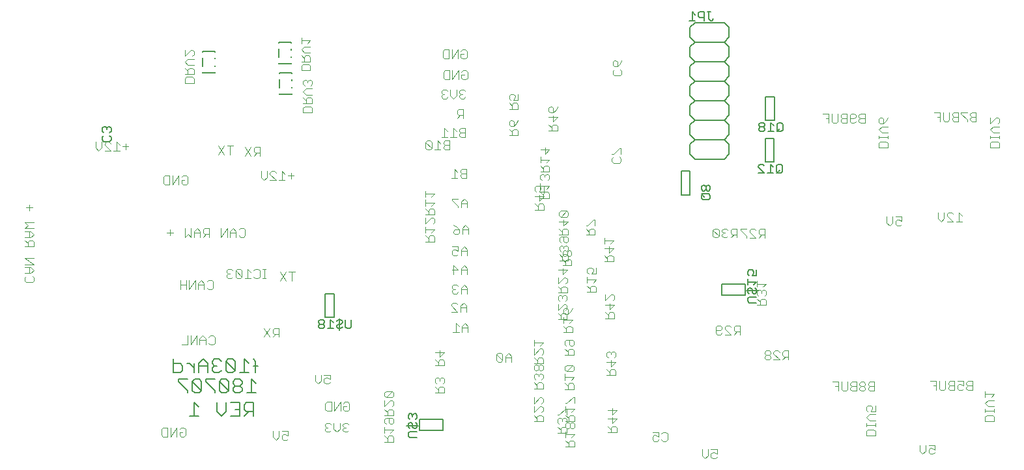
<source format=gbr>
G04 EAGLE Gerber X2 export*
%TF.Part,Single*%
%TF.FileFunction,Legend,Bot,1*%
%TF.FilePolarity,Positive*%
%TF.GenerationSoftware,Autodesk,EAGLE,8.6.3*%
%TF.CreationDate,2018-07-14T15:56:02Z*%
G75*
%MOMM*%
%FSLAX34Y34*%
%LPD*%
%AMOC8*
5,1,8,0,0,1.08239X$1,22.5*%
G01*
%ADD10C,0.101600*%
%ADD11C,0.152400*%
%ADD12C,0.127000*%


D10*
X596092Y384808D02*
X596092Y396502D01*
X590245Y396502D01*
X588296Y394553D01*
X588296Y392604D01*
X590245Y390655D01*
X588296Y388706D01*
X588296Y386757D01*
X590245Y384808D01*
X596092Y384808D01*
X596092Y390655D02*
X590245Y390655D01*
X584398Y392604D02*
X580500Y396502D01*
X580500Y384808D01*
X584398Y384808D02*
X576602Y384808D01*
X596892Y353904D02*
X596892Y346108D01*
X596892Y353904D02*
X592994Y357802D01*
X589096Y353904D01*
X589096Y346108D01*
X589096Y351955D02*
X596892Y351955D01*
X585198Y357802D02*
X577402Y357802D01*
X577402Y355853D01*
X585198Y348057D01*
X585198Y346108D01*
X598392Y319304D02*
X598392Y311508D01*
X598392Y319304D02*
X594494Y323202D01*
X590596Y319304D01*
X590596Y311508D01*
X590596Y317355D02*
X598392Y317355D01*
X582800Y321253D02*
X578902Y323202D01*
X582800Y321253D02*
X586698Y317355D01*
X586698Y313457D01*
X584749Y311508D01*
X580851Y311508D01*
X578902Y313457D01*
X578902Y315406D01*
X580851Y317355D01*
X586698Y317355D01*
X596892Y291604D02*
X596892Y283808D01*
X596892Y291604D02*
X592994Y295502D01*
X589096Y291604D01*
X589096Y283808D01*
X589096Y289655D02*
X596892Y289655D01*
X585198Y295502D02*
X577402Y295502D01*
X585198Y295502D02*
X585198Y289655D01*
X581300Y291604D01*
X579351Y291604D01*
X577402Y289655D01*
X577402Y285757D01*
X579351Y283808D01*
X583249Y283808D01*
X585198Y285757D01*
X596892Y266904D02*
X596892Y259108D01*
X596892Y266904D02*
X592994Y270802D01*
X589096Y266904D01*
X589096Y259108D01*
X589096Y264955D02*
X596892Y264955D01*
X579351Y259108D02*
X579351Y270802D01*
X585198Y264955D01*
X577402Y264955D01*
X596892Y241904D02*
X596892Y234108D01*
X596892Y241904D02*
X592994Y245802D01*
X589096Y241904D01*
X589096Y234108D01*
X589096Y239955D02*
X596892Y239955D01*
X585198Y243853D02*
X583249Y245802D01*
X579351Y245802D01*
X577402Y243853D01*
X577402Y241904D01*
X579351Y239955D01*
X581300Y239955D01*
X579351Y239955D02*
X577402Y238006D01*
X577402Y236057D01*
X579351Y234108D01*
X583249Y234108D01*
X585198Y236057D01*
X596092Y218304D02*
X596092Y210508D01*
X596092Y218304D02*
X592194Y222202D01*
X588296Y218304D01*
X588296Y210508D01*
X588296Y216355D02*
X596092Y216355D01*
X584398Y210508D02*
X576602Y210508D01*
X584398Y210508D02*
X576602Y218304D01*
X576602Y220253D01*
X578551Y222202D01*
X582449Y222202D01*
X584398Y220253D01*
X597992Y191704D02*
X597992Y183908D01*
X597992Y191704D02*
X594094Y195602D01*
X590196Y191704D01*
X590196Y183908D01*
X590196Y189755D02*
X597992Y189755D01*
X586298Y191704D02*
X582400Y195602D01*
X582400Y183908D01*
X586298Y183908D02*
X578502Y183908D01*
X654592Y153004D02*
X654592Y145208D01*
X654592Y153004D02*
X650694Y156902D01*
X646796Y153004D01*
X646796Y145208D01*
X646796Y151055D02*
X654592Y151055D01*
X642898Y147157D02*
X642898Y154953D01*
X640949Y156902D01*
X637051Y156902D01*
X635102Y154953D01*
X635102Y147157D01*
X637051Y145208D01*
X640949Y145208D01*
X642898Y147157D01*
X635102Y154953D01*
X574092Y421708D02*
X574092Y433402D01*
X568245Y433402D01*
X566296Y431453D01*
X566296Y429504D01*
X568245Y427555D01*
X566296Y425606D01*
X566296Y423657D01*
X568245Y421708D01*
X574092Y421708D01*
X574092Y427555D02*
X568245Y427555D01*
X562398Y429504D02*
X558500Y433402D01*
X558500Y421708D01*
X562398Y421708D02*
X554602Y421708D01*
X550704Y423657D02*
X550704Y431453D01*
X548755Y433402D01*
X544857Y433402D01*
X542908Y431453D01*
X542908Y423657D01*
X544857Y421708D01*
X548755Y421708D01*
X550704Y423657D01*
X542908Y431453D01*
X588696Y549953D02*
X590645Y551902D01*
X594543Y551902D01*
X596492Y549953D01*
X596492Y542157D01*
X594543Y540208D01*
X590645Y540208D01*
X588696Y542157D01*
X588696Y546055D01*
X592594Y546055D01*
X584798Y540208D02*
X584798Y551902D01*
X577002Y540208D01*
X577002Y551902D01*
X573104Y551902D02*
X573104Y540208D01*
X567257Y540208D01*
X565308Y542157D01*
X565308Y549953D01*
X567257Y551902D01*
X573104Y551902D01*
X591345Y524902D02*
X589396Y522953D01*
X591345Y524902D02*
X595243Y524902D01*
X597192Y522953D01*
X597192Y515157D01*
X595243Y513208D01*
X591345Y513208D01*
X589396Y515157D01*
X589396Y519055D01*
X593294Y519055D01*
X585498Y513208D02*
X585498Y524902D01*
X577702Y513208D01*
X577702Y524902D01*
X573804Y524902D02*
X573804Y513208D01*
X567957Y513208D01*
X566008Y515157D01*
X566008Y522953D01*
X567957Y524902D01*
X573804Y524902D01*
X592643Y499802D02*
X594592Y497853D01*
X592643Y499802D02*
X588745Y499802D01*
X586796Y497853D01*
X586796Y495904D01*
X588745Y493955D01*
X590694Y493955D01*
X588745Y493955D02*
X586796Y492006D01*
X586796Y490057D01*
X588745Y488108D01*
X592643Y488108D01*
X594592Y490057D01*
X582898Y492006D02*
X582898Y499802D01*
X582898Y492006D02*
X579000Y488108D01*
X575102Y492006D01*
X575102Y499802D01*
X571204Y497853D02*
X569255Y499802D01*
X565357Y499802D01*
X563408Y497853D01*
X563408Y495904D01*
X565357Y493955D01*
X567306Y493955D01*
X565357Y493955D02*
X563408Y492006D01*
X563408Y490057D01*
X565357Y488108D01*
X569255Y488108D01*
X571204Y490057D01*
X591492Y474402D02*
X591492Y462708D01*
X591492Y474402D02*
X585645Y474402D01*
X583696Y472453D01*
X583696Y468555D01*
X585645Y466606D01*
X591492Y466606D01*
X587594Y466606D02*
X583696Y462708D01*
X594592Y449702D02*
X594592Y438008D01*
X594592Y449702D02*
X588745Y449702D01*
X586796Y447753D01*
X586796Y445804D01*
X588745Y443855D01*
X586796Y441906D01*
X586796Y439957D01*
X588745Y438008D01*
X594592Y438008D01*
X594592Y443855D02*
X588745Y443855D01*
X582898Y445804D02*
X579000Y449702D01*
X579000Y438008D01*
X582898Y438008D02*
X575102Y438008D01*
X571204Y445804D02*
X567306Y449702D01*
X567306Y438008D01*
X571204Y438008D02*
X563408Y438008D01*
X363992Y55102D02*
X356196Y55102D01*
X363992Y55102D02*
X363992Y49255D01*
X360094Y51204D01*
X358145Y51204D01*
X356196Y49255D01*
X356196Y45357D01*
X358145Y43408D01*
X362043Y43408D01*
X363992Y45357D01*
X352298Y47306D02*
X352298Y55102D01*
X352298Y47306D02*
X348400Y43408D01*
X344502Y47306D01*
X344502Y55102D01*
X913796Y31202D02*
X921592Y31202D01*
X921592Y25355D01*
X917694Y27304D01*
X915745Y27304D01*
X913796Y25355D01*
X913796Y21457D01*
X915745Y19508D01*
X919643Y19508D01*
X921592Y21457D01*
X909898Y23406D02*
X909898Y31202D01*
X909898Y23406D02*
X906000Y19508D01*
X902102Y23406D01*
X902102Y31202D01*
X1153796Y334302D02*
X1161592Y334302D01*
X1161592Y328455D01*
X1157694Y330404D01*
X1155745Y330404D01*
X1153796Y328455D01*
X1153796Y324557D01*
X1155745Y322608D01*
X1159643Y322608D01*
X1161592Y324557D01*
X1149898Y326506D02*
X1149898Y334302D01*
X1149898Y326506D02*
X1146000Y322608D01*
X1142102Y326506D01*
X1142102Y334302D01*
X1236294Y339602D02*
X1240192Y335704D01*
X1236294Y339602D02*
X1236294Y327908D01*
X1240192Y327908D02*
X1232396Y327908D01*
X1228498Y327908D02*
X1220702Y327908D01*
X1228498Y327908D02*
X1220702Y335704D01*
X1220702Y337653D01*
X1222651Y339602D01*
X1226549Y339602D01*
X1228498Y337653D01*
X1216804Y339602D02*
X1216804Y331806D01*
X1212906Y327908D01*
X1209008Y331806D01*
X1209008Y339602D01*
X1204492Y36902D02*
X1196696Y36902D01*
X1204492Y36902D02*
X1204492Y31055D01*
X1200594Y33004D01*
X1198645Y33004D01*
X1196696Y31055D01*
X1196696Y27157D01*
X1198645Y25208D01*
X1202543Y25208D01*
X1204492Y27157D01*
X1192798Y29106D02*
X1192798Y36902D01*
X1192798Y29106D02*
X1188900Y25208D01*
X1185002Y29106D01*
X1185002Y36902D01*
X302345Y319402D02*
X300396Y317453D01*
X302345Y319402D02*
X306243Y319402D01*
X308192Y317453D01*
X308192Y309657D01*
X306243Y307708D01*
X302345Y307708D01*
X300396Y309657D01*
X296498Y307708D02*
X296498Y315504D01*
X292600Y319402D01*
X288702Y315504D01*
X288702Y307708D01*
X288702Y313555D02*
X296498Y313555D01*
X284804Y307708D02*
X284804Y319402D01*
X277008Y307708D01*
X277008Y319402D01*
X261416Y319402D02*
X261416Y307708D01*
X261416Y319402D02*
X255569Y319402D01*
X253620Y317453D01*
X253620Y313555D01*
X255569Y311606D01*
X261416Y311606D01*
X257518Y311606D02*
X253620Y307708D01*
X249722Y307708D02*
X249722Y315504D01*
X245824Y319402D01*
X241926Y315504D01*
X241926Y307708D01*
X241926Y313555D02*
X249722Y313555D01*
X238028Y319402D02*
X238028Y307708D01*
X234130Y311606D01*
X230232Y307708D01*
X230232Y319402D01*
X214640Y313555D02*
X206844Y313555D01*
X210742Y317453D02*
X210742Y309657D01*
X363896Y387655D02*
X371692Y387655D01*
X367794Y391553D02*
X367794Y383757D01*
X359998Y389604D02*
X356100Y393502D01*
X356100Y381808D01*
X359998Y381808D02*
X352202Y381808D01*
X348304Y381808D02*
X340508Y381808D01*
X348304Y381808D02*
X340508Y389604D01*
X340508Y391553D01*
X342457Y393502D01*
X346355Y393502D01*
X348304Y391553D01*
X336610Y393502D02*
X336610Y385706D01*
X332712Y381808D01*
X328814Y385706D01*
X328814Y393502D01*
X227545Y387802D02*
X225596Y385853D01*
X227545Y387802D02*
X231443Y387802D01*
X233392Y385853D01*
X233392Y378057D01*
X231443Y376108D01*
X227545Y376108D01*
X225596Y378057D01*
X225596Y381955D01*
X229494Y381955D01*
X221698Y376108D02*
X221698Y387802D01*
X213902Y376108D01*
X213902Y387802D01*
X210004Y387802D02*
X210004Y376108D01*
X204157Y376108D01*
X202208Y378057D01*
X202208Y385853D01*
X204157Y387802D01*
X210004Y387802D01*
X224945Y59702D02*
X222996Y57753D01*
X224945Y59702D02*
X228843Y59702D01*
X230792Y57753D01*
X230792Y49957D01*
X228843Y48008D01*
X224945Y48008D01*
X222996Y49957D01*
X222996Y53855D01*
X226894Y53855D01*
X219098Y48008D02*
X219098Y59702D01*
X211302Y48008D01*
X211302Y59702D01*
X207404Y59702D02*
X207404Y48008D01*
X201557Y48008D01*
X199608Y49957D01*
X199608Y57753D01*
X201557Y59702D01*
X207404Y59702D01*
X441143Y65702D02*
X443092Y63753D01*
X441143Y65702D02*
X437245Y65702D01*
X435296Y63753D01*
X435296Y61804D01*
X437245Y59855D01*
X439194Y59855D01*
X437245Y59855D02*
X435296Y57906D01*
X435296Y55957D01*
X437245Y54008D01*
X441143Y54008D01*
X443092Y55957D01*
X431398Y57906D02*
X431398Y65702D01*
X431398Y57906D02*
X427500Y54008D01*
X423602Y57906D01*
X423602Y65702D01*
X419704Y63753D02*
X417755Y65702D01*
X413857Y65702D01*
X411908Y63753D01*
X411908Y61804D01*
X413857Y59855D01*
X415806Y59855D01*
X413857Y59855D02*
X411908Y57906D01*
X411908Y55957D01*
X413857Y54008D01*
X417755Y54008D01*
X419704Y55957D01*
X435996Y91153D02*
X437945Y93102D01*
X441843Y93102D01*
X443792Y91153D01*
X443792Y83357D01*
X441843Y81408D01*
X437945Y81408D01*
X435996Y83357D01*
X435996Y87255D01*
X439894Y87255D01*
X432098Y81408D02*
X432098Y93102D01*
X424302Y81408D01*
X424302Y93102D01*
X420404Y93102D02*
X420404Y81408D01*
X414557Y81408D01*
X412608Y83357D01*
X412608Y91153D01*
X414557Y93102D01*
X420404Y93102D01*
X418692Y128402D02*
X410896Y128402D01*
X418692Y128402D02*
X418692Y122555D01*
X414794Y124504D01*
X412845Y124504D01*
X410896Y122555D01*
X410896Y118657D01*
X412845Y116708D01*
X416743Y116708D01*
X418692Y118657D01*
X406998Y120606D02*
X406998Y128402D01*
X406998Y120606D02*
X403100Y116708D01*
X399202Y120606D01*
X399202Y128402D01*
X260945Y251502D02*
X258996Y249553D01*
X260945Y251502D02*
X264843Y251502D01*
X266792Y249553D01*
X266792Y241757D01*
X264843Y239808D01*
X260945Y239808D01*
X258996Y241757D01*
X255098Y239808D02*
X255098Y247604D01*
X251200Y251502D01*
X247302Y247604D01*
X247302Y239808D01*
X247302Y245655D02*
X255098Y245655D01*
X243404Y239808D02*
X243404Y251502D01*
X235608Y239808D01*
X235608Y251502D01*
X231710Y251502D02*
X231710Y239808D01*
X231710Y245655D02*
X223914Y245655D01*
X223914Y251502D02*
X223914Y239808D01*
X262845Y179302D02*
X260896Y177353D01*
X262845Y179302D02*
X266743Y179302D01*
X268692Y177353D01*
X268692Y169557D01*
X266743Y167608D01*
X262845Y167608D01*
X260896Y169557D01*
X256998Y167608D02*
X256998Y175404D01*
X253100Y179302D01*
X249202Y175404D01*
X249202Y167608D01*
X249202Y173455D02*
X256998Y173455D01*
X245304Y167608D02*
X245304Y179302D01*
X237508Y167608D01*
X237508Y179302D01*
X233610Y179302D02*
X233610Y167608D01*
X225814Y167608D01*
X288794Y414808D02*
X288794Y426502D01*
X292692Y426502D02*
X284896Y426502D01*
X280998Y426502D02*
X273202Y414808D01*
X280998Y414808D02*
X273202Y426502D01*
X327592Y425402D02*
X327592Y413708D01*
X327592Y425402D02*
X321745Y425402D01*
X319796Y423453D01*
X319796Y419555D01*
X321745Y417606D01*
X327592Y417606D01*
X323694Y417606D02*
X319796Y413708D01*
X308102Y413708D02*
X315898Y425402D01*
X308102Y425402D02*
X315898Y413708D01*
X1131808Y424308D02*
X1143502Y424308D01*
X1131808Y424308D02*
X1131808Y430155D01*
X1133757Y432104D01*
X1141553Y432104D01*
X1143502Y430155D01*
X1143502Y424308D01*
X1131808Y436002D02*
X1131808Y439900D01*
X1131808Y437951D02*
X1143502Y437951D01*
X1143502Y436002D02*
X1143502Y439900D01*
X1143502Y443798D02*
X1135706Y443798D01*
X1131808Y447696D01*
X1135706Y451594D01*
X1143502Y451594D01*
X1141553Y459390D02*
X1143502Y463288D01*
X1141553Y459390D02*
X1137655Y455492D01*
X1133757Y455492D01*
X1131808Y457441D01*
X1131808Y461339D01*
X1133757Y463288D01*
X1135706Y463288D01*
X1137655Y461339D01*
X1137655Y455492D01*
X1276708Y424430D02*
X1288402Y424430D01*
X1276708Y424430D02*
X1276708Y430277D01*
X1278657Y432226D01*
X1286453Y432226D01*
X1288402Y430277D01*
X1288402Y424430D01*
X1276708Y436124D02*
X1276708Y440022D01*
X1276708Y438073D02*
X1288402Y438073D01*
X1288402Y436124D02*
X1288402Y440022D01*
X1288402Y443920D02*
X1280606Y443920D01*
X1276708Y447818D01*
X1280606Y451716D01*
X1288402Y451716D01*
X1276708Y455614D02*
X1276708Y463410D01*
X1276708Y455614D02*
X1284504Y463410D01*
X1286453Y463410D01*
X1288402Y461461D01*
X1288402Y457563D01*
X1286453Y455614D01*
X1127402Y49530D02*
X1115708Y49530D01*
X1115708Y55377D01*
X1117657Y57326D01*
X1125453Y57326D01*
X1127402Y55377D01*
X1127402Y49530D01*
X1115708Y61224D02*
X1115708Y65122D01*
X1115708Y63173D02*
X1127402Y63173D01*
X1127402Y61224D02*
X1127402Y65122D01*
X1127402Y69020D02*
X1119606Y69020D01*
X1115708Y72918D01*
X1119606Y76816D01*
X1127402Y76816D01*
X1127402Y80714D02*
X1127402Y88510D01*
X1127402Y80714D02*
X1121555Y80714D01*
X1123504Y84612D01*
X1123504Y86561D01*
X1121555Y88510D01*
X1117657Y88510D01*
X1115708Y86561D01*
X1115708Y82663D01*
X1117657Y80714D01*
X1270208Y68130D02*
X1281902Y68130D01*
X1270208Y68130D02*
X1270208Y73977D01*
X1272157Y75926D01*
X1279953Y75926D01*
X1281902Y73977D01*
X1281902Y68130D01*
X1270208Y79824D02*
X1270208Y83722D01*
X1270208Y81773D02*
X1281902Y81773D01*
X1281902Y79824D02*
X1281902Y83722D01*
X1281902Y87620D02*
X1274106Y87620D01*
X1270208Y91518D01*
X1274106Y95416D01*
X1281902Y95416D01*
X1278004Y99314D02*
X1281902Y103212D01*
X1270208Y103212D01*
X1270208Y99314D02*
X1270208Y107110D01*
X1113692Y456608D02*
X1113692Y468302D01*
X1107845Y468302D01*
X1105896Y466353D01*
X1105896Y464404D01*
X1107845Y462455D01*
X1105896Y460506D01*
X1105896Y458557D01*
X1107845Y456608D01*
X1113692Y456608D01*
X1113692Y462455D02*
X1107845Y462455D01*
X1101998Y458557D02*
X1100049Y456608D01*
X1096151Y456608D01*
X1094202Y458557D01*
X1094202Y466353D01*
X1096151Y468302D01*
X1100049Y468302D01*
X1101998Y466353D01*
X1101998Y464404D01*
X1100049Y462455D01*
X1094202Y462455D01*
X1090304Y456608D02*
X1090304Y468302D01*
X1084457Y468302D01*
X1082508Y466353D01*
X1082508Y464404D01*
X1084457Y462455D01*
X1082508Y460506D01*
X1082508Y458557D01*
X1084457Y456608D01*
X1090304Y456608D01*
X1090304Y462455D02*
X1084457Y462455D01*
X1078610Y458557D02*
X1078610Y468302D01*
X1078610Y458557D02*
X1076661Y456608D01*
X1072763Y456608D01*
X1070814Y458557D01*
X1070814Y468302D01*
X1066916Y468302D02*
X1066916Y456608D01*
X1066916Y468302D02*
X1059120Y468302D01*
X1063018Y462455D02*
X1066916Y462455D01*
X1253492Y120102D02*
X1253492Y108408D01*
X1253492Y120102D02*
X1247645Y120102D01*
X1245696Y118153D01*
X1245696Y116204D01*
X1247645Y114255D01*
X1245696Y112306D01*
X1245696Y110357D01*
X1247645Y108408D01*
X1253492Y108408D01*
X1253492Y114255D02*
X1247645Y114255D01*
X1241798Y120102D02*
X1234002Y120102D01*
X1241798Y120102D02*
X1241798Y114255D01*
X1237900Y116204D01*
X1235951Y116204D01*
X1234002Y114255D01*
X1234002Y110357D01*
X1235951Y108408D01*
X1239849Y108408D01*
X1241798Y110357D01*
X1230104Y108408D02*
X1230104Y120102D01*
X1224257Y120102D01*
X1222308Y118153D01*
X1222308Y116204D01*
X1224257Y114255D01*
X1222308Y112306D01*
X1222308Y110357D01*
X1224257Y108408D01*
X1230104Y108408D01*
X1230104Y114255D02*
X1224257Y114255D01*
X1218410Y110357D02*
X1218410Y120102D01*
X1218410Y110357D02*
X1216461Y108408D01*
X1212563Y108408D01*
X1210614Y110357D01*
X1210614Y120102D01*
X1206716Y120102D02*
X1206716Y108408D01*
X1206716Y120102D02*
X1198920Y120102D01*
X1202818Y114255D02*
X1206716Y114255D01*
X1258392Y458508D02*
X1258392Y470202D01*
X1252545Y470202D01*
X1250596Y468253D01*
X1250596Y466304D01*
X1252545Y464355D01*
X1250596Y462406D01*
X1250596Y460457D01*
X1252545Y458508D01*
X1258392Y458508D01*
X1258392Y464355D02*
X1252545Y464355D01*
X1246698Y470202D02*
X1238902Y470202D01*
X1238902Y468253D01*
X1246698Y460457D01*
X1246698Y458508D01*
X1235004Y458508D02*
X1235004Y470202D01*
X1229157Y470202D01*
X1227208Y468253D01*
X1227208Y466304D01*
X1229157Y464355D01*
X1227208Y462406D01*
X1227208Y460457D01*
X1229157Y458508D01*
X1235004Y458508D01*
X1235004Y464355D02*
X1229157Y464355D01*
X1223310Y460457D02*
X1223310Y470202D01*
X1223310Y460457D02*
X1221361Y458508D01*
X1217463Y458508D01*
X1215514Y460457D01*
X1215514Y470202D01*
X1211616Y470202D02*
X1211616Y458508D01*
X1211616Y470202D02*
X1203820Y470202D01*
X1207718Y464355D02*
X1211616Y464355D01*
X1126192Y119302D02*
X1126192Y107608D01*
X1126192Y119302D02*
X1120345Y119302D01*
X1118396Y117353D01*
X1118396Y115404D01*
X1120345Y113455D01*
X1118396Y111506D01*
X1118396Y109557D01*
X1120345Y107608D01*
X1126192Y107608D01*
X1126192Y113455D02*
X1120345Y113455D01*
X1114498Y117353D02*
X1112549Y119302D01*
X1108651Y119302D01*
X1106702Y117353D01*
X1106702Y115404D01*
X1108651Y113455D01*
X1106702Y111506D01*
X1106702Y109557D01*
X1108651Y107608D01*
X1112549Y107608D01*
X1114498Y109557D01*
X1114498Y111506D01*
X1112549Y113455D01*
X1114498Y115404D01*
X1114498Y117353D01*
X1112549Y113455D02*
X1108651Y113455D01*
X1102804Y107608D02*
X1102804Y119302D01*
X1096957Y119302D01*
X1095008Y117353D01*
X1095008Y115404D01*
X1096957Y113455D01*
X1095008Y111506D01*
X1095008Y109557D01*
X1096957Y107608D01*
X1102804Y107608D01*
X1102804Y113455D02*
X1096957Y113455D01*
X1091110Y109557D02*
X1091110Y119302D01*
X1091110Y109557D02*
X1089161Y107608D01*
X1085263Y107608D01*
X1083314Y109557D01*
X1083314Y119302D01*
X1079416Y119302D02*
X1079416Y107608D01*
X1079416Y119302D02*
X1071620Y119302D01*
X1075518Y113455D02*
X1079416Y113455D01*
X351980Y177608D02*
X351980Y189302D01*
X346133Y189302D01*
X344184Y187353D01*
X344184Y183455D01*
X346133Y181506D01*
X351980Y181506D01*
X348082Y181506D02*
X344184Y177608D01*
X332490Y177608D02*
X340286Y189302D01*
X332490Y189302D02*
X340286Y177608D01*
X369094Y251008D02*
X369094Y262702D01*
X372992Y262702D02*
X365196Y262702D01*
X361298Y262702D02*
X353502Y251008D01*
X361298Y251008D02*
X353502Y262702D01*
X156792Y425955D02*
X148996Y425955D01*
X152894Y429853D02*
X152894Y422057D01*
X145098Y427904D02*
X141200Y431802D01*
X141200Y420108D01*
X145098Y420108D02*
X137302Y420108D01*
X133404Y420108D02*
X125608Y420108D01*
X133404Y420108D02*
X125608Y427904D01*
X125608Y429853D01*
X127557Y431802D01*
X131455Y431802D01*
X133404Y429853D01*
X121710Y431802D02*
X121710Y424006D01*
X117812Y420108D01*
X113914Y424006D01*
X113914Y431802D01*
X31653Y256658D02*
X33602Y254709D01*
X33602Y250811D01*
X31653Y248862D01*
X23857Y248862D01*
X21908Y250811D01*
X21908Y254709D01*
X23857Y256658D01*
X21908Y260556D02*
X29704Y260556D01*
X33602Y264454D01*
X29704Y268352D01*
X21908Y268352D01*
X27755Y268352D02*
X27755Y260556D01*
X21908Y272250D02*
X33602Y272250D01*
X21908Y280046D01*
X33602Y280046D01*
X33602Y295638D02*
X21908Y295638D01*
X33602Y295638D02*
X33602Y301485D01*
X31653Y303434D01*
X27755Y303434D01*
X25806Y301485D01*
X25806Y295638D01*
X25806Y299536D02*
X21908Y303434D01*
X21908Y307332D02*
X29704Y307332D01*
X33602Y311230D01*
X29704Y315128D01*
X21908Y315128D01*
X27755Y315128D02*
X27755Y307332D01*
X33602Y319026D02*
X21908Y319026D01*
X25806Y322924D01*
X21908Y326822D01*
X33602Y326822D01*
X27755Y342414D02*
X27755Y350210D01*
X31653Y346312D02*
X23857Y346312D01*
D11*
X321972Y146191D02*
X321972Y131362D01*
X321972Y146191D02*
X319006Y149157D01*
X319006Y140260D02*
X324938Y140260D01*
X313088Y143225D02*
X307156Y149157D01*
X307156Y131362D01*
X301225Y131362D02*
X313088Y131362D01*
X295313Y134328D02*
X295313Y146191D01*
X292347Y149157D01*
X286416Y149157D01*
X283450Y146191D01*
X283450Y134328D01*
X286416Y131362D01*
X292347Y131362D01*
X295313Y134328D01*
X283450Y146191D01*
X277538Y146191D02*
X274573Y149157D01*
X268641Y149157D01*
X265675Y146191D01*
X265675Y143225D01*
X268641Y140260D01*
X271607Y140260D01*
X268641Y140260D02*
X265675Y137294D01*
X265675Y134328D01*
X268641Y131362D01*
X274573Y131362D01*
X277538Y134328D01*
X259764Y131362D02*
X259764Y143225D01*
X253832Y149157D01*
X247900Y143225D01*
X247900Y131362D01*
X247900Y140260D02*
X259764Y140260D01*
X241989Y143225D02*
X241989Y131362D01*
X241989Y137294D02*
X236057Y143225D01*
X233091Y143225D01*
X215313Y149157D02*
X215313Y131362D01*
X224211Y131362D01*
X227176Y134328D01*
X227176Y140260D01*
X224211Y143225D01*
X215313Y143225D01*
X316506Y122857D02*
X322438Y116925D01*
X316506Y122857D02*
X316506Y105062D01*
X310575Y105062D02*
X322438Y105062D01*
X304663Y119891D02*
X301697Y122857D01*
X295766Y122857D01*
X292800Y119891D01*
X292800Y116925D01*
X295766Y113960D01*
X292800Y110994D01*
X292800Y108028D01*
X295766Y105062D01*
X301697Y105062D01*
X304663Y108028D01*
X304663Y110994D01*
X301697Y113960D01*
X304663Y116925D01*
X304663Y119891D01*
X301697Y113960D02*
X295766Y113960D01*
X286888Y119891D02*
X286888Y108028D01*
X286888Y119891D02*
X283922Y122857D01*
X277991Y122857D01*
X275025Y119891D01*
X275025Y108028D01*
X277991Y105062D01*
X283922Y105062D01*
X286888Y108028D01*
X275025Y119891D01*
X269113Y122857D02*
X257250Y122857D01*
X257250Y119891D01*
X269113Y108028D01*
X269113Y105062D01*
X251339Y108028D02*
X251339Y119891D01*
X248373Y122857D01*
X242441Y122857D01*
X239475Y119891D01*
X239475Y108028D01*
X242441Y105062D01*
X248373Y105062D01*
X251339Y108028D01*
X239475Y119891D01*
X233564Y122857D02*
X221700Y122857D01*
X221700Y119891D01*
X233564Y108028D01*
X233564Y105062D01*
X319038Y92357D02*
X319038Y74562D01*
X319038Y92357D02*
X310140Y92357D01*
X307175Y89391D01*
X307175Y83460D01*
X310140Y80494D01*
X319038Y80494D01*
X313106Y80494D02*
X307175Y74562D01*
X301263Y92357D02*
X289400Y92357D01*
X301263Y92357D02*
X301263Y74562D01*
X289400Y74562D01*
X295331Y83460D02*
X301263Y83460D01*
X283488Y80494D02*
X283488Y92357D01*
X283488Y80494D02*
X277557Y74562D01*
X271625Y80494D01*
X271625Y92357D01*
X247939Y86425D02*
X242007Y92357D01*
X242007Y74562D01*
X247939Y74562D02*
X236075Y74562D01*
D10*
X331086Y254276D02*
X334984Y254276D01*
X333035Y254276D02*
X333035Y265970D01*
X334984Y265970D02*
X331086Y265970D01*
X321341Y265970D02*
X319392Y264021D01*
X321341Y265970D02*
X325239Y265970D01*
X327188Y264021D01*
X327188Y256225D01*
X325239Y254276D01*
X321341Y254276D01*
X319392Y256225D01*
X315494Y262072D02*
X311596Y265970D01*
X311596Y254276D01*
X315494Y254276D02*
X307698Y254276D01*
X303800Y256225D02*
X303800Y264021D01*
X301851Y265970D01*
X297953Y265970D01*
X296004Y264021D01*
X296004Y256225D01*
X297953Y254276D01*
X301851Y254276D01*
X303800Y256225D01*
X296004Y264021D01*
X292106Y264021D02*
X290157Y265970D01*
X286259Y265970D01*
X284310Y264021D01*
X284310Y262072D01*
X286259Y260123D01*
X288208Y260123D01*
X286259Y260123D02*
X284310Y258174D01*
X284310Y256225D01*
X286259Y254276D01*
X290157Y254276D01*
X292106Y256225D01*
D12*
X134175Y437955D02*
X132268Y439862D01*
X134175Y437955D02*
X134175Y434142D01*
X132268Y432235D01*
X124642Y432235D01*
X122735Y434142D01*
X122735Y437955D01*
X124642Y439862D01*
X132268Y443929D02*
X134175Y445836D01*
X134175Y449649D01*
X132268Y451555D01*
X130362Y451555D01*
X128455Y449649D01*
X128455Y447742D01*
X128455Y449649D02*
X126548Y451555D01*
X124642Y451555D01*
X122735Y449649D01*
X122735Y445836D01*
X124642Y443929D01*
D10*
X849494Y51833D02*
X851443Y53782D01*
X855341Y53782D01*
X857290Y51833D01*
X857290Y44037D01*
X855341Y42088D01*
X851443Y42088D01*
X849494Y44037D01*
X845596Y53782D02*
X837800Y53782D01*
X845596Y53782D02*
X845596Y47935D01*
X841698Y49884D01*
X839749Y49884D01*
X837800Y47935D01*
X837800Y44037D01*
X839749Y42088D01*
X843647Y42088D01*
X845596Y44037D01*
X567092Y105018D02*
X555398Y105018D01*
X567092Y105018D02*
X567092Y110865D01*
X565143Y112814D01*
X561245Y112814D01*
X559296Y110865D01*
X559296Y105018D01*
X559296Y108916D02*
X555398Y112814D01*
X565143Y116712D02*
X567092Y118661D01*
X567092Y122559D01*
X565143Y124508D01*
X563194Y124508D01*
X561245Y122559D01*
X561245Y120610D01*
X561245Y122559D02*
X559296Y124508D01*
X557347Y124508D01*
X555398Y122559D01*
X555398Y118661D01*
X557347Y116712D01*
X555598Y140318D02*
X567292Y140318D01*
X567292Y146165D01*
X565343Y148114D01*
X561445Y148114D01*
X559496Y146165D01*
X559496Y140318D01*
X559496Y144216D02*
X555598Y148114D01*
X555598Y157859D02*
X567292Y157859D01*
X561445Y152012D01*
X561445Y159808D01*
X651418Y474610D02*
X663112Y474610D01*
X663112Y480457D01*
X661163Y482406D01*
X657265Y482406D01*
X655316Y480457D01*
X655316Y474610D01*
X655316Y478508D02*
X651418Y482406D01*
X663112Y486304D02*
X663112Y494100D01*
X663112Y486304D02*
X657265Y486304D01*
X659214Y490202D01*
X659214Y492151D01*
X657265Y494100D01*
X653367Y494100D01*
X651418Y492151D01*
X651418Y488253D01*
X653367Y486304D01*
X651518Y440610D02*
X663212Y440610D01*
X663212Y446457D01*
X661263Y448406D01*
X657365Y448406D01*
X655416Y446457D01*
X655416Y440610D01*
X655416Y444508D02*
X651518Y448406D01*
X661263Y456202D02*
X663212Y460100D01*
X661263Y456202D02*
X657365Y452304D01*
X653467Y452304D01*
X651518Y454253D01*
X651518Y458151D01*
X653467Y460100D01*
X655416Y460100D01*
X657365Y458151D01*
X657365Y452304D01*
X751398Y310718D02*
X763092Y310718D01*
X763092Y316565D01*
X761143Y318514D01*
X757245Y318514D01*
X755296Y316565D01*
X755296Y310718D01*
X755296Y314616D02*
X751398Y318514D01*
X763092Y322412D02*
X763092Y330208D01*
X761143Y330208D01*
X753347Y322412D01*
X751398Y322412D01*
X732612Y270910D02*
X720918Y270910D01*
X732612Y270910D02*
X732612Y276757D01*
X730663Y278706D01*
X726765Y278706D01*
X724816Y276757D01*
X724816Y270910D01*
X724816Y274808D02*
X720918Y278706D01*
X730663Y282604D02*
X732612Y284553D01*
X732612Y288451D01*
X730663Y290400D01*
X728714Y290400D01*
X726765Y288451D01*
X724816Y290400D01*
X722867Y290400D01*
X720918Y288451D01*
X720918Y284553D01*
X722867Y282604D01*
X724816Y282604D01*
X726765Y284553D01*
X728714Y282604D01*
X730663Y282604D01*
X726765Y284553D02*
X726765Y288451D01*
X723818Y154510D02*
X735512Y154510D01*
X735512Y160357D01*
X733563Y162306D01*
X729665Y162306D01*
X727716Y160357D01*
X727716Y154510D01*
X727716Y158408D02*
X723818Y162306D01*
X725767Y166204D02*
X723818Y168153D01*
X723818Y172051D01*
X725767Y174000D01*
X733563Y174000D01*
X735512Y172051D01*
X735512Y168153D01*
X733563Y166204D01*
X731614Y166204D01*
X729665Y168153D01*
X729665Y174000D01*
X724018Y109816D02*
X735712Y109816D01*
X735712Y115663D01*
X733763Y117612D01*
X729865Y117612D01*
X727916Y115663D01*
X727916Y109816D01*
X727916Y113714D02*
X724018Y117612D01*
X731814Y121510D02*
X735712Y125408D01*
X724018Y125408D01*
X724018Y121510D02*
X724018Y129306D01*
X725967Y133204D02*
X733763Y133204D01*
X735712Y135153D01*
X735712Y139051D01*
X733763Y141000D01*
X725967Y141000D01*
X724018Y139051D01*
X724018Y135153D01*
X725967Y133204D01*
X733763Y141000D01*
X554312Y336816D02*
X542618Y336816D01*
X554312Y336816D02*
X554312Y342663D01*
X552363Y344612D01*
X548465Y344612D01*
X546516Y342663D01*
X546516Y336816D01*
X546516Y340714D02*
X542618Y344612D01*
X550414Y348510D02*
X554312Y352408D01*
X542618Y352408D01*
X542618Y348510D02*
X542618Y356306D01*
X550414Y360204D02*
X554312Y364102D01*
X542618Y364102D01*
X542618Y360204D02*
X542618Y368000D01*
X542718Y301916D02*
X554412Y301916D01*
X554412Y307763D01*
X552463Y309712D01*
X548565Y309712D01*
X546616Y307763D01*
X546616Y301916D01*
X546616Y305814D02*
X542718Y309712D01*
X550514Y313610D02*
X554412Y317508D01*
X542718Y317508D01*
X542718Y313610D02*
X542718Y321406D01*
X542718Y325304D02*
X542718Y333100D01*
X542718Y325304D02*
X550514Y333100D01*
X552463Y333100D01*
X554412Y331151D01*
X554412Y327253D01*
X552463Y325304D01*
X691998Y358618D02*
X703692Y358618D01*
X703692Y364465D01*
X701743Y366414D01*
X697845Y366414D01*
X695896Y364465D01*
X695896Y358618D01*
X695896Y362516D02*
X691998Y366414D01*
X699794Y370312D02*
X703692Y374210D01*
X691998Y374210D01*
X691998Y370312D02*
X691998Y378108D01*
X701743Y382006D02*
X703692Y383955D01*
X703692Y387853D01*
X701743Y389802D01*
X699794Y389802D01*
X697845Y387853D01*
X697845Y385904D01*
X697845Y387853D02*
X695896Y389802D01*
X693947Y389802D01*
X691998Y387853D01*
X691998Y383955D01*
X693947Y382006D01*
X692098Y392818D02*
X703792Y392818D01*
X703792Y398665D01*
X701843Y400614D01*
X697945Y400614D01*
X695996Y398665D01*
X695996Y392818D01*
X695996Y396716D02*
X692098Y400614D01*
X699894Y404512D02*
X703792Y408410D01*
X692098Y408410D01*
X692098Y404512D02*
X692098Y412308D01*
X692098Y422053D02*
X703792Y422053D01*
X697945Y416206D01*
X697945Y424002D01*
X752898Y236618D02*
X764592Y236618D01*
X764592Y242465D01*
X762643Y244414D01*
X758745Y244414D01*
X756796Y242465D01*
X756796Y236618D01*
X756796Y240516D02*
X752898Y244414D01*
X760694Y248312D02*
X764592Y252210D01*
X752898Y252210D01*
X752898Y248312D02*
X752898Y256108D01*
X764592Y260006D02*
X764592Y267802D01*
X764592Y260006D02*
X758745Y260006D01*
X760694Y263904D01*
X760694Y265853D01*
X758745Y267802D01*
X754847Y267802D01*
X752898Y265853D01*
X752898Y261955D01*
X754847Y260006D01*
X733512Y184016D02*
X721818Y184016D01*
X733512Y184016D02*
X733512Y189863D01*
X731563Y191812D01*
X727665Y191812D01*
X725716Y189863D01*
X725716Y184016D01*
X725716Y187914D02*
X721818Y191812D01*
X729614Y195710D02*
X733512Y199608D01*
X721818Y199608D01*
X721818Y195710D02*
X721818Y203506D01*
X731563Y211302D02*
X733512Y215200D01*
X731563Y211302D02*
X727665Y207404D01*
X723767Y207404D01*
X721818Y209353D01*
X721818Y213251D01*
X723767Y215200D01*
X725716Y215200D01*
X727665Y213251D01*
X727665Y207404D01*
X724718Y68016D02*
X736412Y68016D01*
X736412Y73863D01*
X734463Y75812D01*
X730565Y75812D01*
X728616Y73863D01*
X728616Y68016D01*
X728616Y71914D02*
X724718Y75812D01*
X732514Y79710D02*
X736412Y83608D01*
X724718Y83608D01*
X724718Y79710D02*
X724718Y87506D01*
X736412Y91404D02*
X736412Y99200D01*
X734463Y99200D01*
X726667Y91404D01*
X724718Y91404D01*
X724718Y35116D02*
X736412Y35116D01*
X736412Y40963D01*
X734463Y42912D01*
X730565Y42912D01*
X728616Y40963D01*
X728616Y35116D01*
X728616Y39014D02*
X724718Y42912D01*
X732514Y46810D02*
X736412Y50708D01*
X724718Y50708D01*
X724718Y46810D02*
X724718Y54606D01*
X734463Y58504D02*
X736412Y60453D01*
X736412Y64351D01*
X734463Y66300D01*
X732514Y66300D01*
X730565Y64351D01*
X728616Y66300D01*
X726667Y66300D01*
X724718Y64351D01*
X724718Y60453D01*
X726667Y58504D01*
X728616Y58504D01*
X730565Y60453D01*
X732514Y58504D01*
X734463Y58504D01*
X730565Y60453D02*
X730565Y64351D01*
D11*
X368300Y533280D02*
X352100Y533280D01*
X352100Y561720D02*
X368300Y561720D01*
X352100Y552720D02*
X352100Y542280D01*
X368300Y551780D02*
X368300Y552720D01*
X368300Y543220D02*
X368300Y542280D01*
X368300Y560780D02*
X368300Y561720D01*
X368300Y534220D02*
X368300Y533280D01*
X352100Y533280D02*
X352100Y534220D01*
X352100Y560780D02*
X352100Y561720D01*
D10*
X381358Y524782D02*
X393052Y524782D01*
X381358Y524782D02*
X381358Y530629D01*
X383307Y532578D01*
X391103Y532578D01*
X393052Y530629D01*
X393052Y524782D01*
X393052Y536476D02*
X381358Y536476D01*
X393052Y536476D02*
X393052Y542323D01*
X391103Y544272D01*
X387205Y544272D01*
X385256Y542323D01*
X385256Y536476D01*
X385256Y540374D02*
X381358Y544272D01*
X385256Y548170D02*
X393052Y548170D01*
X385256Y548170D02*
X381358Y552068D01*
X385256Y555966D01*
X393052Y555966D01*
X389154Y559864D02*
X393052Y563762D01*
X381358Y563762D01*
X381358Y559864D02*
X381358Y567660D01*
D11*
X931050Y587000D02*
X937400Y580650D01*
X937400Y567950D02*
X931050Y561600D01*
X937400Y555250D01*
X937400Y542550D02*
X931050Y536200D01*
X937400Y529850D01*
X937400Y517150D02*
X931050Y510800D01*
X937400Y504450D01*
X937400Y491750D02*
X931050Y485400D01*
X937400Y479050D01*
X937400Y466350D02*
X931050Y460000D01*
X937400Y453650D01*
X937400Y440950D02*
X931050Y434600D01*
X931050Y587000D02*
X892950Y587000D01*
X886600Y580650D01*
X886600Y567950D01*
X892950Y561600D01*
X886600Y555250D01*
X886600Y542550D01*
X892950Y536200D01*
X886600Y529850D01*
X886600Y517150D01*
X892950Y510800D01*
X886600Y504450D01*
X886600Y491750D01*
X892950Y485400D01*
X886600Y479050D01*
X886600Y466350D01*
X892950Y460000D01*
X886600Y453650D01*
X886600Y440950D01*
X892950Y434600D01*
X892950Y561600D02*
X931050Y561600D01*
X931050Y536200D02*
X892950Y536200D01*
X892950Y510800D02*
X931050Y510800D01*
X931050Y485400D02*
X892950Y485400D01*
X892950Y460000D02*
X931050Y460000D01*
X931050Y434600D02*
X892950Y434600D01*
X937400Y440950D02*
X937400Y453650D01*
X937400Y466350D02*
X937400Y479050D01*
X937400Y491750D02*
X937400Y504450D01*
X937400Y517150D02*
X937400Y529850D01*
X937400Y542550D02*
X937400Y555250D01*
X937400Y567950D02*
X937400Y580650D01*
X931050Y434600D02*
X937400Y428250D01*
X937400Y415550D02*
X931050Y409200D01*
X892950Y434600D02*
X886600Y428250D01*
X886600Y415550D01*
X892950Y409200D01*
X931050Y409200D01*
X937400Y415550D02*
X937400Y428250D01*
D12*
X914940Y589785D02*
X916847Y591692D01*
X914940Y589785D02*
X913034Y589785D01*
X911127Y591692D01*
X911127Y601225D01*
X913034Y601225D02*
X909220Y601225D01*
X905153Y601225D02*
X905153Y589785D01*
X905153Y601225D02*
X899433Y601225D01*
X897527Y599318D01*
X897527Y595505D01*
X899433Y593598D01*
X905153Y593598D01*
X893459Y597412D02*
X889646Y601225D01*
X889646Y589785D01*
X893459Y589785D02*
X885833Y589785D01*
D11*
X565440Y56370D02*
X534560Y56370D01*
X565440Y56370D02*
X565440Y70620D01*
X534560Y70620D01*
X534560Y56370D01*
D12*
X531595Y46833D02*
X522062Y46833D01*
X520155Y48740D01*
X520155Y52553D01*
X522062Y54460D01*
X531595Y54460D01*
X522062Y58527D02*
X520155Y60434D01*
X520155Y64247D01*
X522062Y66154D01*
X523968Y66154D01*
X525875Y64247D01*
X525875Y60434D01*
X527782Y58527D01*
X529688Y58527D01*
X531595Y60434D01*
X531595Y64247D01*
X529688Y66154D01*
X533501Y62340D02*
X518248Y62340D01*
X529688Y70221D02*
X531595Y72128D01*
X531595Y75941D01*
X529688Y77847D01*
X527782Y77847D01*
X525875Y75941D01*
X525875Y74034D01*
X525875Y75941D02*
X523968Y77847D01*
X522062Y77847D01*
X520155Y75941D01*
X520155Y72128D01*
X522062Y70221D01*
D10*
X501112Y41216D02*
X489418Y41216D01*
X501112Y41216D02*
X501112Y47063D01*
X499163Y49012D01*
X495265Y49012D01*
X493316Y47063D01*
X493316Y41216D01*
X493316Y45114D02*
X489418Y49012D01*
X497214Y52910D02*
X501112Y56808D01*
X489418Y56808D01*
X489418Y52910D02*
X489418Y60706D01*
X491367Y64604D02*
X489418Y66553D01*
X489418Y70451D01*
X491367Y72400D01*
X499163Y72400D01*
X501112Y70451D01*
X501112Y66553D01*
X499163Y64604D01*
X497214Y64604D01*
X495265Y66553D01*
X495265Y72400D01*
X489418Y75716D02*
X501112Y75716D01*
X501112Y81563D01*
X499163Y83512D01*
X495265Y83512D01*
X493316Y81563D01*
X493316Y75716D01*
X493316Y79614D02*
X489418Y83512D01*
X489418Y87410D02*
X489418Y95206D01*
X489418Y87410D02*
X497214Y95206D01*
X499163Y95206D01*
X501112Y93257D01*
X501112Y89359D01*
X499163Y87410D01*
X499163Y99104D02*
X491367Y99104D01*
X499163Y99104D02*
X501112Y101053D01*
X501112Y104951D01*
X499163Y106900D01*
X491367Y106900D01*
X489418Y104951D01*
X489418Y101053D01*
X491367Y99104D01*
X499163Y106900D01*
X684218Y142916D02*
X695912Y142916D01*
X695912Y148763D01*
X693963Y150712D01*
X690065Y150712D01*
X688116Y148763D01*
X688116Y142916D01*
X688116Y146814D02*
X684218Y150712D01*
X684218Y154610D02*
X684218Y162406D01*
X684218Y154610D02*
X692014Y162406D01*
X693963Y162406D01*
X695912Y160457D01*
X695912Y156559D01*
X693963Y154610D01*
X692014Y166304D02*
X695912Y170202D01*
X684218Y170202D01*
X684218Y166304D02*
X684218Y174100D01*
X683718Y67816D02*
X695412Y67816D01*
X695412Y73663D01*
X693463Y75612D01*
X689565Y75612D01*
X687616Y73663D01*
X687616Y67816D01*
X687616Y71714D02*
X683718Y75612D01*
X683718Y79510D02*
X683718Y87306D01*
X683718Y79510D02*
X691514Y87306D01*
X693463Y87306D01*
X695412Y85357D01*
X695412Y81459D01*
X693463Y79510D01*
X683718Y91204D02*
X683718Y99000D01*
X683718Y91204D02*
X691514Y99000D01*
X693463Y99000D01*
X695412Y97051D01*
X695412Y93153D01*
X693463Y91204D01*
X714898Y201018D02*
X726592Y201018D01*
X726592Y206865D01*
X724643Y208814D01*
X720745Y208814D01*
X718796Y206865D01*
X718796Y201018D01*
X718796Y204916D02*
X714898Y208814D01*
X714898Y212712D02*
X714898Y220508D01*
X714898Y212712D02*
X722694Y220508D01*
X724643Y220508D01*
X726592Y218559D01*
X726592Y214661D01*
X724643Y212712D01*
X724643Y224406D02*
X726592Y226355D01*
X726592Y230253D01*
X724643Y232202D01*
X722694Y232202D01*
X720745Y230253D01*
X720745Y228304D01*
X720745Y230253D02*
X718796Y232202D01*
X716847Y232202D01*
X714898Y230253D01*
X714898Y226355D01*
X716847Y224406D01*
X715098Y235718D02*
X726792Y235718D01*
X726792Y241565D01*
X724843Y243514D01*
X720945Y243514D01*
X718996Y241565D01*
X718996Y235718D01*
X718996Y239616D02*
X715098Y243514D01*
X715098Y247412D02*
X715098Y255208D01*
X715098Y247412D02*
X722894Y255208D01*
X724843Y255208D01*
X726792Y253259D01*
X726792Y249361D01*
X724843Y247412D01*
X726792Y264953D02*
X715098Y264953D01*
X720945Y259106D02*
X726792Y264953D01*
X720945Y266902D02*
X720945Y259106D01*
D11*
X875470Y362660D02*
X875470Y393540D01*
X875470Y362660D02*
X886720Y362660D01*
X886720Y393540D01*
X875470Y393540D01*
D12*
X903262Y356227D02*
X910888Y356227D01*
X912795Y358134D01*
X912795Y361947D01*
X910888Y363854D01*
X903262Y363854D01*
X901355Y361947D01*
X901355Y358134D01*
X903262Y356227D01*
X905168Y360040D02*
X901355Y363854D01*
X910888Y367921D02*
X912795Y369828D01*
X912795Y373641D01*
X910888Y375548D01*
X908982Y375548D01*
X907075Y373641D01*
X905168Y375548D01*
X903262Y375548D01*
X901355Y373641D01*
X901355Y369828D01*
X903262Y367921D01*
X905168Y367921D01*
X907075Y369828D01*
X908982Y367921D01*
X910888Y367921D01*
X907075Y369828D02*
X907075Y373641D01*
D11*
X269300Y521480D02*
X253100Y521480D01*
X253100Y549920D02*
X269300Y549920D01*
X253100Y540920D02*
X253100Y530480D01*
X269300Y539980D02*
X269300Y540920D01*
X269300Y531420D02*
X269300Y530480D01*
X269300Y548980D02*
X269300Y549920D01*
X269300Y522420D02*
X269300Y521480D01*
X253100Y521480D02*
X253100Y522420D01*
X253100Y548980D02*
X253100Y549920D01*
D10*
X241652Y508482D02*
X229958Y508482D01*
X229958Y514329D01*
X231907Y516278D01*
X239703Y516278D01*
X241652Y514329D01*
X241652Y508482D01*
X241652Y520176D02*
X229958Y520176D01*
X241652Y520176D02*
X241652Y526023D01*
X239703Y527972D01*
X235805Y527972D01*
X233856Y526023D01*
X233856Y520176D01*
X233856Y524074D02*
X229958Y527972D01*
X233856Y531870D02*
X241652Y531870D01*
X233856Y531870D02*
X229958Y535768D01*
X233856Y539666D01*
X241652Y539666D01*
X229958Y543564D02*
X229958Y551360D01*
X229958Y543564D02*
X237754Y551360D01*
X239703Y551360D01*
X241652Y549411D01*
X241652Y545513D01*
X239703Y543564D01*
X983682Y318592D02*
X983682Y306898D01*
X983682Y318592D02*
X977835Y318592D01*
X975886Y316643D01*
X975886Y312745D01*
X977835Y310796D01*
X983682Y310796D01*
X979784Y310796D02*
X975886Y306898D01*
X971988Y306898D02*
X964192Y306898D01*
X971988Y306898D02*
X964192Y314694D01*
X964192Y316643D01*
X966141Y318592D01*
X970039Y318592D01*
X971988Y316643D01*
X960294Y318592D02*
X952498Y318592D01*
X952498Y316643D01*
X960294Y308847D01*
X960294Y306898D01*
X1014584Y159912D02*
X1014584Y148218D01*
X1014584Y159912D02*
X1008737Y159912D01*
X1006788Y157963D01*
X1006788Y154065D01*
X1008737Y152116D01*
X1014584Y152116D01*
X1010686Y152116D02*
X1006788Y148218D01*
X1002890Y148218D02*
X995094Y148218D01*
X1002890Y148218D02*
X995094Y156014D01*
X995094Y157963D01*
X997043Y159912D01*
X1000941Y159912D01*
X1002890Y157963D01*
X991196Y157963D02*
X989247Y159912D01*
X985349Y159912D01*
X983400Y157963D01*
X983400Y156014D01*
X985349Y154065D01*
X983400Y152116D01*
X983400Y150167D01*
X985349Y148218D01*
X989247Y148218D01*
X991196Y150167D01*
X991196Y152116D01*
X989247Y154065D01*
X991196Y156014D01*
X991196Y157963D01*
X989247Y154065D02*
X985349Y154065D01*
X951482Y180698D02*
X951482Y192392D01*
X945635Y192392D01*
X943686Y190443D01*
X943686Y186545D01*
X945635Y184596D01*
X951482Y184596D01*
X947584Y184596D02*
X943686Y180698D01*
X939788Y180698D02*
X931992Y180698D01*
X939788Y180698D02*
X931992Y188494D01*
X931992Y190443D01*
X933941Y192392D01*
X937839Y192392D01*
X939788Y190443D01*
X928094Y182647D02*
X926145Y180698D01*
X922247Y180698D01*
X920298Y182647D01*
X920298Y190443D01*
X922247Y192392D01*
X926145Y192392D01*
X928094Y190443D01*
X928094Y188494D01*
X926145Y186545D01*
X920298Y186545D01*
X947482Y307198D02*
X947482Y318892D01*
X941635Y318892D01*
X939686Y316943D01*
X939686Y313045D01*
X941635Y311096D01*
X947482Y311096D01*
X943584Y311096D02*
X939686Y307198D01*
X935788Y316943D02*
X933839Y318892D01*
X929941Y318892D01*
X927992Y316943D01*
X927992Y314994D01*
X929941Y313045D01*
X931890Y313045D01*
X929941Y313045D02*
X927992Y311096D01*
X927992Y309147D01*
X929941Y307198D01*
X933839Y307198D01*
X935788Y309147D01*
X924094Y309147D02*
X924094Y316943D01*
X922145Y318892D01*
X918247Y318892D01*
X916298Y316943D01*
X916298Y309147D01*
X918247Y307198D01*
X922145Y307198D01*
X924094Y309147D01*
X916298Y316943D01*
X973618Y219416D02*
X985312Y219416D01*
X985312Y225263D01*
X983363Y227212D01*
X979465Y227212D01*
X977516Y225263D01*
X977516Y219416D01*
X977516Y223314D02*
X973618Y227212D01*
X983363Y231110D02*
X985312Y233059D01*
X985312Y236957D01*
X983363Y238906D01*
X981414Y238906D01*
X979465Y236957D01*
X979465Y235008D01*
X979465Y236957D02*
X977516Y238906D01*
X975567Y238906D01*
X973618Y236957D01*
X973618Y233059D01*
X975567Y231110D01*
X981414Y242804D02*
X985312Y246702D01*
X973618Y246702D01*
X973618Y242804D02*
X973618Y250600D01*
D11*
X958540Y246530D02*
X927660Y246530D01*
X927660Y232280D01*
X958540Y232280D01*
X958540Y246530D01*
D12*
X963422Y222255D02*
X972955Y222255D01*
X963422Y222255D02*
X961515Y224162D01*
X961515Y227975D01*
X963422Y229882D01*
X972955Y229882D01*
X963422Y233949D02*
X961515Y235856D01*
X961515Y239669D01*
X963422Y241575D01*
X965328Y241575D01*
X967235Y239669D01*
X967235Y235856D01*
X969142Y233949D01*
X971048Y233949D01*
X972955Y235856D01*
X972955Y239669D01*
X971048Y241575D01*
X974861Y237762D02*
X959608Y237762D01*
X969142Y245643D02*
X972955Y249456D01*
X961515Y249456D01*
X961515Y245643D02*
X961515Y253269D01*
X972955Y257337D02*
X972955Y264963D01*
X972955Y257337D02*
X967235Y257337D01*
X969142Y261150D01*
X969142Y263057D01*
X967235Y264963D01*
X963422Y264963D01*
X961515Y263057D01*
X961515Y259244D01*
X963422Y257337D01*
D10*
X726292Y52618D02*
X714598Y52618D01*
X726292Y52618D02*
X726292Y58465D01*
X724343Y60414D01*
X720445Y60414D01*
X718496Y58465D01*
X718496Y52618D01*
X718496Y56516D02*
X714598Y60414D01*
X724343Y64312D02*
X726292Y66261D01*
X726292Y70159D01*
X724343Y72108D01*
X722394Y72108D01*
X720445Y70159D01*
X720445Y68210D01*
X720445Y70159D02*
X718496Y72108D01*
X716547Y72108D01*
X714598Y70159D01*
X714598Y66261D01*
X716547Y64312D01*
X726292Y76006D02*
X726292Y83802D01*
X724343Y83802D01*
X716547Y76006D01*
X714598Y76006D01*
X695512Y110616D02*
X683818Y110616D01*
X695512Y110616D02*
X695512Y116463D01*
X693563Y118412D01*
X689665Y118412D01*
X687716Y116463D01*
X687716Y110616D01*
X687716Y114514D02*
X683818Y118412D01*
X693563Y122310D02*
X695512Y124259D01*
X695512Y128157D01*
X693563Y130106D01*
X691614Y130106D01*
X689665Y128157D01*
X689665Y126208D01*
X689665Y128157D02*
X687716Y130106D01*
X685767Y130106D01*
X683818Y128157D01*
X683818Y124259D01*
X685767Y122310D01*
X693563Y134004D02*
X695512Y135953D01*
X695512Y139851D01*
X693563Y141800D01*
X691614Y141800D01*
X689665Y139851D01*
X687716Y141800D01*
X685767Y141800D01*
X683818Y139851D01*
X683818Y135953D01*
X685767Y134004D01*
X687716Y134004D01*
X689665Y135953D01*
X691614Y134004D01*
X693563Y134004D01*
X689665Y135953D02*
X689665Y139851D01*
X716598Y277418D02*
X728292Y277418D01*
X728292Y283265D01*
X726343Y285214D01*
X722445Y285214D01*
X720496Y283265D01*
X720496Y277418D01*
X720496Y281316D02*
X716598Y285214D01*
X726343Y289112D02*
X728292Y291061D01*
X728292Y294959D01*
X726343Y296908D01*
X724394Y296908D01*
X722445Y294959D01*
X722445Y293010D01*
X722445Y294959D02*
X720496Y296908D01*
X718547Y296908D01*
X716598Y294959D01*
X716598Y291061D01*
X718547Y289112D01*
X718547Y300806D02*
X716598Y302755D01*
X716598Y306653D01*
X718547Y308602D01*
X726343Y308602D01*
X728292Y306653D01*
X728292Y302755D01*
X726343Y300806D01*
X724394Y300806D01*
X722445Y302755D01*
X722445Y308602D01*
X728192Y310718D02*
X716498Y310718D01*
X728192Y310718D02*
X728192Y316565D01*
X726243Y318514D01*
X722345Y318514D01*
X720396Y316565D01*
X720396Y310718D01*
X720396Y314616D02*
X716498Y318514D01*
X716498Y328259D02*
X728192Y328259D01*
X722345Y322412D01*
X722345Y330208D01*
X718447Y334106D02*
X726243Y334106D01*
X728192Y336055D01*
X728192Y339953D01*
X726243Y341902D01*
X718447Y341902D01*
X716498Y339953D01*
X716498Y336055D01*
X718447Y334106D01*
X726243Y341902D01*
X775198Y275918D02*
X786892Y275918D01*
X786892Y281765D01*
X784943Y283714D01*
X781045Y283714D01*
X779096Y281765D01*
X779096Y275918D01*
X779096Y279816D02*
X775198Y283714D01*
X775198Y293459D02*
X786892Y293459D01*
X781045Y287612D01*
X781045Y295408D01*
X782994Y299306D02*
X786892Y303204D01*
X775198Y303204D01*
X775198Y299306D02*
X775198Y307102D01*
X776298Y202018D02*
X787992Y202018D01*
X787992Y207865D01*
X786043Y209814D01*
X782145Y209814D01*
X780196Y207865D01*
X780196Y202018D01*
X780196Y205916D02*
X776298Y209814D01*
X776298Y219559D02*
X787992Y219559D01*
X782145Y213712D01*
X782145Y221508D01*
X776298Y225406D02*
X776298Y233202D01*
X776298Y225406D02*
X784094Y233202D01*
X786043Y233202D01*
X787992Y231253D01*
X787992Y227355D01*
X786043Y225406D01*
X789892Y127618D02*
X778198Y127618D01*
X789892Y127618D02*
X789892Y133465D01*
X787943Y135414D01*
X784045Y135414D01*
X782096Y133465D01*
X782096Y127618D01*
X782096Y131516D02*
X778198Y135414D01*
X778198Y145159D02*
X789892Y145159D01*
X784045Y139312D01*
X784045Y147108D01*
X787943Y151006D02*
X789892Y152955D01*
X789892Y156853D01*
X787943Y158802D01*
X785994Y158802D01*
X784045Y156853D01*
X784045Y154904D01*
X784045Y156853D02*
X782096Y158802D01*
X780147Y158802D01*
X778198Y156853D01*
X778198Y152955D01*
X780147Y151006D01*
X779998Y53418D02*
X791692Y53418D01*
X791692Y59265D01*
X789743Y61214D01*
X785845Y61214D01*
X783896Y59265D01*
X783896Y53418D01*
X783896Y57316D02*
X779998Y61214D01*
X779998Y70959D02*
X791692Y70959D01*
X785845Y65112D01*
X785845Y72908D01*
X779998Y82653D02*
X791692Y82653D01*
X785845Y76806D01*
X785845Y84602D01*
X696512Y343416D02*
X684818Y343416D01*
X696512Y343416D02*
X696512Y349263D01*
X694563Y351212D01*
X690665Y351212D01*
X688716Y349263D01*
X688716Y343416D01*
X688716Y347314D02*
X684818Y351212D01*
X684818Y360957D02*
X696512Y360957D01*
X690665Y355110D01*
X690665Y362906D01*
X696512Y366804D02*
X696512Y374600D01*
X696512Y366804D02*
X690665Y366804D01*
X692614Y370702D01*
X692614Y372651D01*
X690665Y374600D01*
X686767Y374600D01*
X684818Y372651D01*
X684818Y368753D01*
X686767Y366804D01*
X702898Y446518D02*
X714592Y446518D01*
X714592Y452365D01*
X712643Y454314D01*
X708745Y454314D01*
X706796Y452365D01*
X706796Y446518D01*
X706796Y450416D02*
X702898Y454314D01*
X702898Y464059D02*
X714592Y464059D01*
X708745Y458212D01*
X708745Y466008D01*
X712643Y473804D02*
X714592Y477702D01*
X712643Y473804D02*
X708745Y469906D01*
X704847Y469906D01*
X702898Y471855D01*
X702898Y475753D01*
X704847Y477702D01*
X706796Y477702D01*
X708745Y475753D01*
X708745Y469906D01*
D11*
X369000Y493480D02*
X352800Y493480D01*
X352800Y521920D02*
X369000Y521920D01*
X352800Y512920D02*
X352800Y502480D01*
X369000Y511980D02*
X369000Y512920D01*
X369000Y503420D02*
X369000Y502480D01*
X369000Y520980D02*
X369000Y521920D01*
X369000Y494420D02*
X369000Y493480D01*
X352800Y493480D02*
X352800Y494420D01*
X352800Y520980D02*
X352800Y521920D01*
D10*
X383658Y469958D02*
X395352Y469958D01*
X383658Y469958D02*
X383658Y475805D01*
X385607Y477754D01*
X393403Y477754D01*
X395352Y475805D01*
X395352Y469958D01*
X395352Y481652D02*
X383658Y481652D01*
X395352Y481652D02*
X395352Y487499D01*
X393403Y489448D01*
X389505Y489448D01*
X387556Y487499D01*
X387556Y481652D01*
X387556Y485550D02*
X383658Y489448D01*
X387556Y493346D02*
X395352Y493346D01*
X387556Y493346D02*
X383658Y497244D01*
X387556Y501142D01*
X395352Y501142D01*
X393403Y505040D02*
X395352Y506989D01*
X395352Y510887D01*
X393403Y512836D01*
X391454Y512836D01*
X389505Y510887D01*
X389505Y508938D01*
X389505Y510887D02*
X387556Y512836D01*
X385607Y512836D01*
X383658Y510887D01*
X383658Y506989D01*
X385607Y505040D01*
D11*
X423630Y233940D02*
X423630Y203060D01*
X423630Y233940D02*
X412380Y233940D01*
X412380Y203060D01*
X423630Y203060D01*
D12*
X446361Y200095D02*
X446361Y190562D01*
X444454Y188655D01*
X440641Y188655D01*
X438734Y190562D01*
X438734Y200095D01*
X434667Y190562D02*
X432760Y188655D01*
X428947Y188655D01*
X427041Y190562D01*
X427041Y192468D01*
X428947Y194375D01*
X432760Y194375D01*
X434667Y196282D01*
X434667Y198188D01*
X432760Y200095D01*
X428947Y200095D01*
X427041Y198188D01*
X430854Y202001D02*
X430854Y186748D01*
X422973Y196282D02*
X419160Y200095D01*
X419160Y188655D01*
X422973Y188655D02*
X415347Y188655D01*
X411279Y198188D02*
X409372Y200095D01*
X405559Y200095D01*
X403653Y198188D01*
X403653Y196282D01*
X405559Y194375D01*
X403653Y192468D01*
X403653Y190562D01*
X405559Y188655D01*
X409372Y188655D01*
X411279Y190562D01*
X411279Y192468D01*
X409372Y194375D01*
X411279Y196282D01*
X411279Y198188D01*
X409372Y194375D02*
X405559Y194375D01*
D11*
X995530Y405560D02*
X995530Y436440D01*
X984280Y436440D01*
X984280Y405560D01*
X995530Y405560D01*
D12*
X1006567Y400688D02*
X1006567Y393062D01*
X1006567Y400688D02*
X1004660Y402595D01*
X1000847Y402595D01*
X998940Y400688D01*
X998940Y393062D01*
X1000847Y391155D01*
X1004660Y391155D01*
X1006567Y393062D01*
X1002754Y394968D02*
X998940Y391155D01*
X994873Y398782D02*
X991060Y402595D01*
X991060Y391155D01*
X994873Y391155D02*
X987247Y391155D01*
X983179Y391155D02*
X975553Y391155D01*
X983179Y391155D02*
X975553Y398782D01*
X975553Y400688D01*
X977459Y402595D01*
X981272Y402595D01*
X983179Y400688D01*
D11*
X996030Y459760D02*
X996030Y490640D01*
X984780Y490640D01*
X984780Y459760D01*
X996030Y459760D01*
D12*
X1007067Y454888D02*
X1007067Y447262D01*
X1007067Y454888D02*
X1005160Y456795D01*
X1001347Y456795D01*
X999440Y454888D01*
X999440Y447262D01*
X1001347Y445355D01*
X1005160Y445355D01*
X1007067Y447262D01*
X1003254Y449168D02*
X999440Y445355D01*
X995373Y452982D02*
X991560Y456795D01*
X991560Y445355D01*
X995373Y445355D02*
X987747Y445355D01*
X983679Y454888D02*
X981772Y456795D01*
X977959Y456795D01*
X976053Y454888D01*
X976053Y452982D01*
X977959Y451075D01*
X976053Y449168D01*
X976053Y447262D01*
X977959Y445355D01*
X981772Y445355D01*
X983679Y447262D01*
X983679Y449168D01*
X981772Y451075D01*
X983679Y452982D01*
X983679Y454888D01*
X981772Y451075D02*
X977959Y451075D01*
D10*
X797822Y524065D02*
X795873Y526014D01*
X797822Y524065D02*
X797822Y520167D01*
X795873Y518218D01*
X788077Y518218D01*
X786128Y520167D01*
X786128Y524065D01*
X788077Y526014D01*
X795873Y533810D02*
X797822Y537708D01*
X795873Y533810D02*
X791975Y529912D01*
X788077Y529912D01*
X786128Y531861D01*
X786128Y535759D01*
X788077Y537708D01*
X790026Y537708D01*
X791975Y535759D01*
X791975Y529912D01*
X794673Y412114D02*
X796622Y410165D01*
X796622Y406267D01*
X794673Y404318D01*
X786877Y404318D01*
X784928Y406267D01*
X784928Y410165D01*
X786877Y412114D01*
X796622Y416012D02*
X796622Y423808D01*
X794673Y423808D01*
X786877Y416012D01*
X784928Y416012D01*
M02*

</source>
